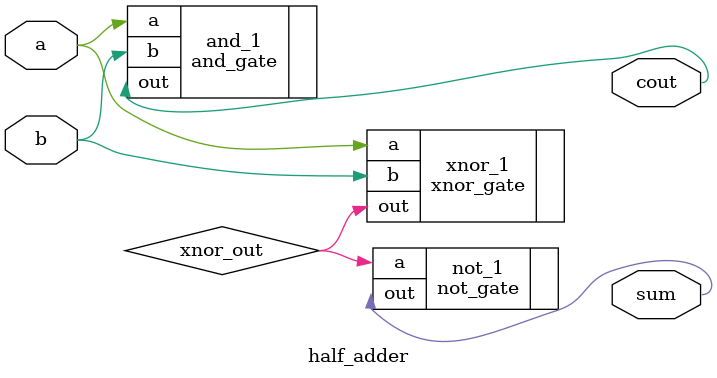
<source format=v>
`timescale 1ns / 1ps

module half_adder (a, b, sum, cout);
	input a, b;
	
	output sum, cout;
	
	wire xnor_out;
	
	xnor_gate xnor_1(.a(a), .b(b), .out(xnor_out));
	not_gate not_1(.a(xnor_out), .out(sum));
	
	and_gate and_1(.a(a), .b(b), .out(cout));
	
endmodule
</source>
